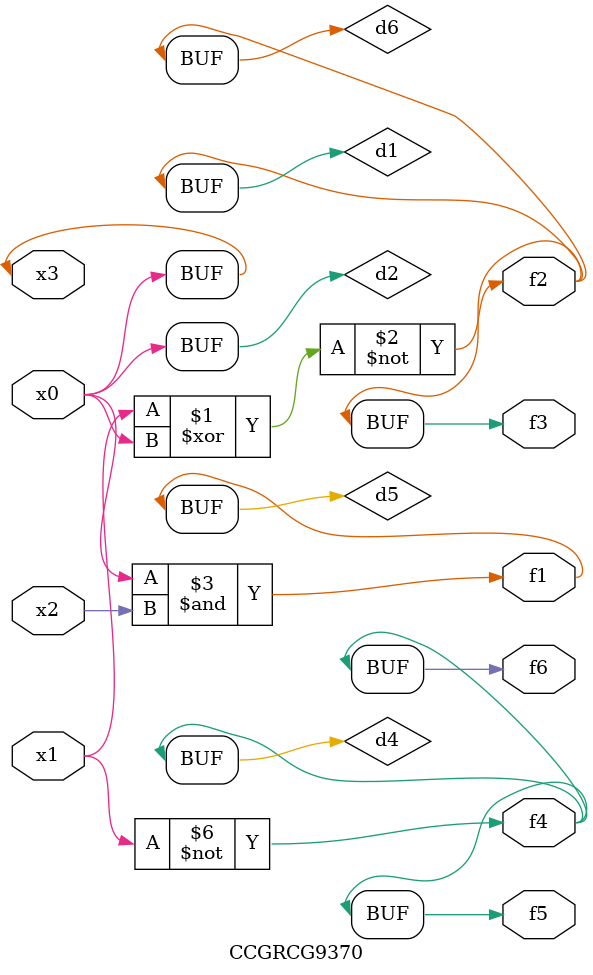
<source format=v>
module CCGRCG9370(
	input x0, x1, x2, x3,
	output f1, f2, f3, f4, f5, f6
);

	wire d1, d2, d3, d4, d5, d6;

	xnor (d1, x1, x3);
	buf (d2, x0, x3);
	nand (d3, x0, x2);
	not (d4, x1);
	nand (d5, d3);
	or (d6, d1);
	assign f1 = d5;
	assign f2 = d6;
	assign f3 = d6;
	assign f4 = d4;
	assign f5 = d4;
	assign f6 = d4;
endmodule

</source>
